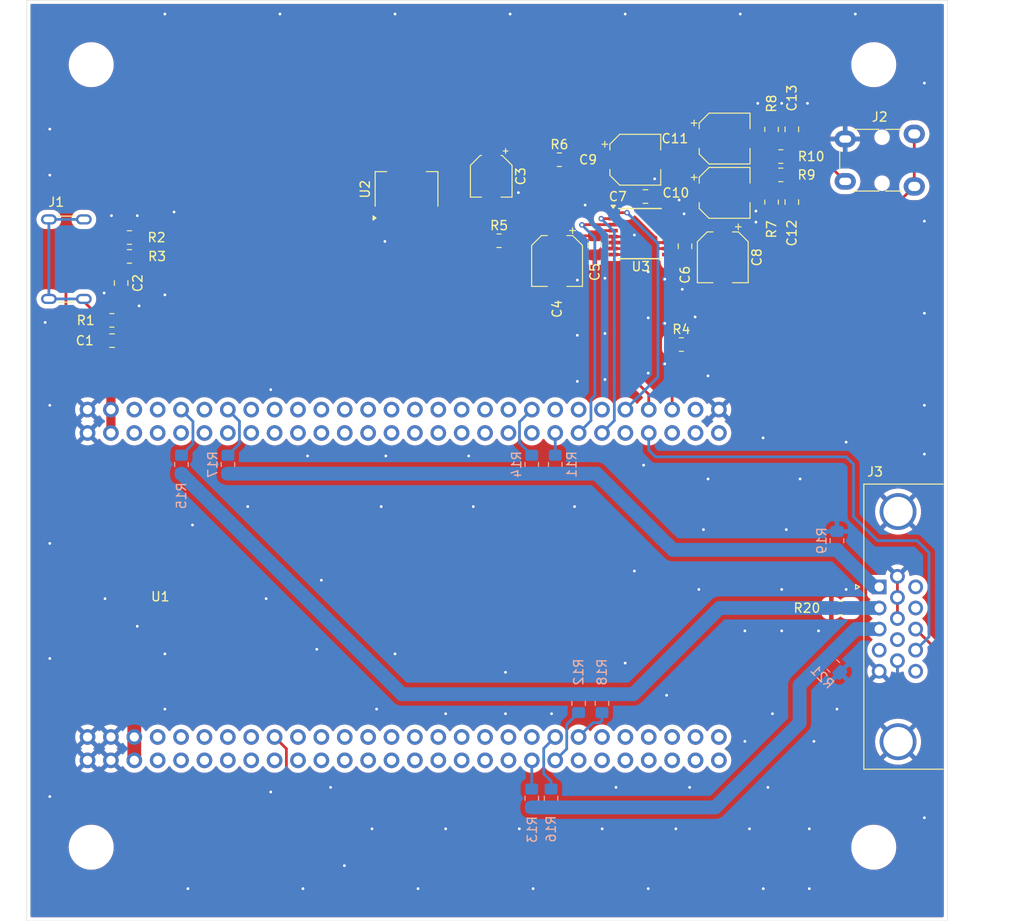
<source format=kicad_pcb>
(kicad_pcb (version 20221018) (generator pcbnew)
  (layers (0 "F.Cu" jumper) (31 "B.Cu" jumper) (34 "B.Paste" user) (35 "F.Paste" user) (36 "B.SilkS" user "B.Silkscreen") (37 "F.SilkS" user "F.Silkscreen") (38 "B.Mask" user) (39 "F.Mask" user) (44 "Edge.Cuts" user))
  (net 0 "")
  (net 1 "Net-(J1-SHIELD)")
  (net 2 "GND")
  (net 3 "+5V")
  (net 4 "+3.3VA")
  (net 5 "Net-(U3-VDDD)")
  (net 6 "Net-(U3-Vref(DAC))")
  (net 7 "Net-(U3-VDDA)")
  (net 8 "Net-(U3-VOUTL)")
  (net 9 "Net-(C10-Pad2)")
  (net 10 "Net-(U3-VOUTR)")
  (net 11 "Net-(C11-Pad2)")
  (net 12 "Net-(C12-Pad2)")
  (net 13 "Net-(C13-Pad2)")
  (net 14 "Net-(J1-CC1)")
  (net 15 "Net-(J1-CC2)")
  (net 16 "VGA_R_A")
  (net 17 "VGA_G_A")
  (net 18 "VGA_B_A")
  (net 21 "VGA_HSYNC")
  (net 22 "VGA_VSYNC")
  (net 23 "DAC_DEEM")
  (net 24 "VGA_R0")
  (net 25 "VGA_G0")
  (net 26 "VGA_B0")
  (net 27 "VGA_R1")
  (net 28 "VGA_G1")
  (net 29 "VGA_B1")
  (net 30 "VGA_R2")
  (net 31 "VGA_G2")
  (net 74 "+3V3")
  (net 102 "I2S_WS")
  (net 105 "I2S_CLK")
  (net 106 "DAC_MUTE")
  (net 112 "I2S_DATA")
  (footprint "Capacitor_SMD:C_0805_2012Metric_Pad1.18x1.45mm_HandSolder" (layer "F.Cu") (at 54.2625 77.975)
    (fp_text reference "C1")
    (fp_text value "100n")
  )
  (footprint "Capacitor_SMD:C_0805_2012Metric_Pad1.18x1.45mm_HandSolder" (layer "F.Cu") (at 116.5 67.725 -90)
    (fp_text reference "C6")
    (fp_text value "100n")
  )
  (footprint "Capacitor_SMD:C_0805_2012Metric_Pad1.18x1.45mm_HandSolder" (layer "F.Cu") (at 128.1 62.925 90)
    (fp_text reference "C12")
    (fp_text value "10n")
  )
  (footprint "Capacitor_SMD:C_0805_2012Metric_Pad1.18x1.45mm_HandSolder" (layer "F.Cu") (at 55.25 71.725 -90)
    (fp_text reference "C2")
    (fp_text value "100n")
  )
  (footprint "Resistor_SMD:R_0805_2012Metric_Pad1.20x1.40mm_HandSolder" (layer "F.Cu") (at 126.9 59.975 180)
    (fp_text reference "R9")
    (fp_text value "100")
  )
  (footprint "MountingHole:MountingHole_4.3mm_M4" (layer "F.Cu") (at 137 133)
    (fp_text reference "H4" hide)
    (fp_text value "MountingHole")
  )
  (footprint "Connector_USB:USB_C_Receptacle_GCT_USB4125-xx-x_6P_TopMnt_Horizontal" (layer "F.Cu") (at 48.2 69.125 -90)
    (fp_text reference "J1")
    (fp_text value "USB_C_Receptacle_PowerOnly_6P")
  )
  (footprint "Resistor_SMD:R_0805_2012Metric_Pad1.20x1.40mm_HandSolder" (layer "F.Cu") (at 54.25 75.775)
    (fp_text reference "R1")
    (fp_text value "100k")
  )
  (footprint "Capacitor_SMD:CP_Elec_5x5.4" (layer "F.Cu") (at 120.8 61.925)
    (fp_text reference "C10")
    (fp_text value "47u")
  )
  (footprint "Resistor_SMD:R_0805_2012Metric_Pad1.20x1.40mm_HandSolder" (layer "F.Cu") (at 56.15 66.775)
    (fp_text reference "R2")
    (fp_text value "5k1")
  )
  (footprint "Capacitor_SMD:CP_Elec_5x5.4" (layer "F.Cu") (at 111.1 58.325)
    (fp_text reference "C9")
    (fp_text value "47u")
  )
  (footprint "MountingHole:MountingHole_4.3mm_M4" (layer "F.Cu") (at 52 133)
    (fp_text reference "H3" hide)
    (fp_text value "MountingHole")
  )
  (footprint "Connector_Dsub:DSUB-15-HD_Female_Horizontal_P2.29x1.98mm_EdgePinOffset3.03mm_Housed_MountingHolesOffset4.94mm" (layer "F.Cu") (at 137.59 104.725 90)
    (fp_text reference "J3")
    (fp_text value "DE15_Receptacle_HighDensity_MountingHoles")
  )
  (footprint "MountingHole:MountingHole_4.3mm_M4" (layer "F.Cu") (at 137 48)
    (fp_text reference "H2" hide)
    (fp_text value "MountingHole")
  )
  (footprint "Capacitor_SMD:CP_Elec_5x5.4" (layer "F.Cu") (at 102.6 69.325 -90)
    (fp_text reference "C4")
    (fp_text value "47u")
  )
  (footprint "Capacitor_SMD:C_0805_2012Metric_Pad1.18x1.45mm_HandSolder" (layer "F.Cu") (at 112.2 62.325)
    (fp_text reference "C7")
    (fp_text value "100n")
  )
  (footprint "Package_SO:SSOP-16_4.4x5.2mm_P0.65mm" (layer "F.Cu") (at 111.6 66.35)
    (fp_text reference "U3")
    (fp_text value "UDA1334ATS")
  )
  (footprint "Resistor_SMD:R_0805_2012Metric_Pad1.20x1.40mm_HandSolder" (layer "F.Cu") (at 133.39 107.025)
    (fp_text reference "R20")
    (fp_text value "130")
  )
  (footprint "Capacitor_SMD:CP_Elec_4x5.4" (layer "F.Cu") (at 95.45 60.125 -90)
    (fp_text reference "C3")
    (fp_text value "22u")
  )
  (footprint "Package_TO_SOT_SMD:SOT-223-3_TabPin2" (layer "F.Cu") (at 86.25 61.525 90)
    (fp_text reference "U2")
    (fp_text value "AMS1117-3.3")
  )
  (footprint "Connector_Audio:Jack_3.5mm_Lumberg_1503_07_Horizontal" (layer "F.Cu") (at 141.4 55.525 -90)
    (fp_text reference "J2")
    (fp_text value "AudioJack3")
  )
  (footprint "MountingHole:MountingHole_4.3mm_M4" (layer "F.Cu") (at 52 48)
    (fp_text reference "H1" hide)
    (fp_text value "MountingHole")
  )
  (footprint "Capacitor_SMD:CP_Elec_5x5.4" (layer "F.Cu") (at 120.8 56.025)
    (fp_text reference "C11")
    (fp_text value "47u")
  )
  (footprint "Resistor_SMD:R_0805_2012Metric_Pad1.20x1.40mm_HandSolder" (layer "F.Cu") (at 116.1 78.4)
    (fp_text reference "R4")
    (fp_text value "10k")
  )
  (footprint "Capacitor_SMD:CP_Elec_5x5.4" (layer "F.Cu") (at 120.6 68.925 -90)
    (fp_text reference "C8")
    (fp_text value "47u")
  )
  (footprint "Resistor_SMD:R_0805_2012Metric_Pad1.20x1.40mm_HandSolder" (layer "F.Cu") (at 56.15 68.825)
    (fp_text reference "R3")
    (fp_text value "5k1")
  )
  (footprint "Resistor_SMD:R_0805_2012Metric_Pad1.20x1.40mm_HandSolder" (layer "F.Cu") (at 96.3 67.125)
    (fp_text reference "R5")
    (fp_text value "1")
  )
  (footprint "Resistor_SMD:R_0805_2012Metric_Pad1.20x1.40mm_HandSolder" (layer "F.Cu") (at 125.9 55.025 90)
    (fp_text reference "R8")
    (fp_text value "220k")
  )
  (footprint "Capacitor_SMD:C_0805_2012Metric_Pad1.18x1.45mm_HandSolder" (layer "F.Cu") (at 128.1 55.025 -90)
    (fp_text reference "C13")
    (fp_text value "10n")
  )
  (footprint "Resistor_SMD:R_0805_2012Metric_Pad1.20x1.40mm_HandSolder" (layer "F.Cu") (at 125.9 62.925 -90)
    (fp_text reference "R7")
    (fp_text value "220k")
  )
  (footprint "Resistor_SMD:R_0805_2012Metric_Pad1.20x1.40mm_HandSolder" (layer "F.Cu") (at 102.85 58.325)
    (fp_text reference "R6")
    (fp_text value "1")
  )
  (footprint "Capacitor_SMD:C_0805_2012Metric_Pad1.18x1.45mm_HandSolder" (layer "F.Cu") (at 106.7 67.625 -90)
    (fp_text reference "C5")
    (fp_text value "100n")
  )
  (footprint "FK432M2-IIT6_PC:FK432M2-IIT6" (layer "F.Cu") (at 51.6 123.565 90)
    (fp_text reference "U1")
    (fp_text value "FK743M2-IIT6")
  )
  (footprint "Resistor_SMD:R_0805_2012Metric_Pad1.20x1.40mm_HandSolder" (layer "F.Cu") (at 126.9 57.975 180)
    (fp_text reference "R10")
    (fp_text value "100")
  )
  (footprint "Resistor_SMD:R_0805_2012Metric_Pad1.20x1.40mm_HandSolder" (layer "B.Cu") (at 101.95 127.675 -90)
    (fp_text reference "R16")
    (fp_text value "260")
  )
  (footprint "Resistor_SMD:R_0805_2012Metric_Pad1.20x1.40mm_HandSolder" (layer "B.Cu") (at 66.85 91.425 -90)
    (fp_text reference "R17")
    (fp_text value "300")
  )
  (footprint "Resistor_SMD:R_0805_2012Metric_Pad1.20x1.40mm_HandSolder" (layer "B.Cu") (at 61.8 91.425 -90)
    (fp_text reference "R15")
    (fp_text value "600")
  )
  (footprint "Resistor_SMD:R_0805_2012Metric_Pad1.20x1.40mm_HandSolder" (layer "B.Cu") (at 132.607107 113.307107 135)
    (fp_text reference "R21")
    (fp_text value "130")
  )
  (footprint "Resistor_SMD:R_0805_2012Metric_Pad1.20x1.40mm_HandSolder" (layer "B.Cu") (at 102.4 91.425 -90)
    (fp_text reference "R11")
    (fp_text value "1200")
  )
  (footprint "Resistor_SMD:R_0805_2012Metric_Pad1.20x1.40mm_HandSolder" (layer "B.Cu") (at 107.48 117.375 90)
    (fp_text reference "R18")
    (fp_text value "300")
  )
  (footprint "Resistor_SMD:R_0805_2012Metric_Pad1.20x1.40mm_HandSolder" (layer "B.Cu") (at 104.94 117.375 90)
    (fp_text reference "R12")
    (fp_text value "1200")
  )
  (footprint "Resistor_SMD:R_0805_2012Metric_Pad1.20x1.40mm_HandSolder" (layer "B.Cu") (at 99.85 91.425 -90)
    (fp_text reference "R14")
    (fp_text value "600")
  )
  (footprint "Resistor_SMD:R_0805_2012Metric_Pad1.20x1.40mm_HandSolder" (layer "B.Cu") (at 99.85 127.675 -90)
    (fp_text reference "R13")
    (fp_text value "520")
  )
  (footprint "Resistor_SMD:R_0805_2012Metric_Pad1.20x1.40mm_HandSolder" (layer "B.Cu") (at 133 99.7 -90)
    (fp_text reference "R19")
    (fp_text value "130")
  )
  (gr_rect (start 45 41) (end 145 141) (stroke (width 0.05)) (fill none) (layer "Edge.Cuts"))
  (segment (start 53.225 77.975) (end 53.225 75.8) (width 0.3) (layer "F.Cu") (net 1))
  (segment (start 53.225 75.8) (end 53.25 75.775) (width 0.3) (layer "F.Cu") (net 1))
  (segment (start 51.2 73.445) (end 51.2 73.725) (width 0.3) (layer "F.Cu") (net 1))
  (segment (start 51.2 73.725) (end 53.25 75.775) (width 0.3) (layer "F.Cu") (net 1))
  (segment (start 47.4 64.805) (end 47.4 73.445) (width 0.3) (layer "B.Cu") (net 1))
  (segment (start 51.2 64.805) (end 47.4 64.805) (width 0.3) (layer "B.Cu") (net 1))
  (segment (start 47.4 73.445) (end 51.2 73.445) (width 0.3) (layer "B.Cu") (net 1))
  (segment (start 112.35 67.35) (end 112.375 67.325) (width 0.3) (layer "F.Cu") (net 2))
  (segment (start 113.65 64.725) (end 113.2375 64.3125) (width 0.3) (layer "F.Cu") (net 2))
  (segment (start 114.5 67.325) (end 112.375 67.325) (width 0.3) (layer "F.Cu") (net 2))
  (segment (start 108.7 66.675) (end 110.125 66.675) (width 0.3) (layer "F.Cu") (net 2))
  (segment (start 107.3875 67.975) (end 106.7 68.6625) (width 0.3) (layer "F.Cu") (net 2))
  (segment (start 139.57 108.16) (end 139.57 105.87) (width 0.3) (layer "F.Cu") (net 2))
  (segment (start 115.7125 67.975) (end 114.5 67.975) (width 0.3) (layer "F.Cu") (net 2))
  (segment (start 108.7 67.975) (end 107.3875 67.975) (width 0.3) (layer "F.Cu") (net 2))
  (segment (start 139.5 114.5) (end 139.57 114.43) (width 0.3) (layer "F.Cu") (net 2))
  (segment (start 111.775 67.975) (end 111.75 68) (width 0.3) (layer "F.Cu") (net 2))
  (segment (start 114.5 64.725) (end 113.65 64.725) (width 0.3) (layer "F.Cu") (net 2))
  (segment (start 108.7 67.975) (end 111.775 67.975) (width 0.3) (layer "F.Cu") (net 2))
  (segment (start 113.2375 64.3125) (end 113.2375 62.325) (width 0.3) (layer "F.Cu") (net 2))
  (segment (start 114.5 64.725) (end 115.875 64.725) (width 0.3) (layer "F.Cu") (net 2))
  (segment (start 115.875 64.725) (end 116.4 64.2) (width 0.3) (layer "F.Cu") (net 2))
  (segment (start 113.2375 58.3875) (end 113.3 58.325) (width 0.3) (layer "F.Cu") (net 2))
  (segment (start 139.57 112.74) (end 139.57 114.43) (width 0.3) (layer "F.Cu") (net 2))
  (segment (start 110.125 66.675) (end 110.25 66.8) (width 0.3) (layer "F.Cu") (net 2))
  (segment (start 139.57 105.87) (end 139.57 103.58) (width 0.3) (layer "F.Cu") (net 2))
  (segment (start 116.5 68.7625) (end 115.7125 67.975) (width 0.3) (layer "F.Cu") (net 2))
  (segment (start 114.5 67.975) (end 111.775 67.975) (width 0.3) (layer "F.Cu") (net 2))
  (via (at 104.5 96) (size 0.6) (drill 0.3) (layers "F.Cu" "B.Cu") (net 2))
  (via (at 69 96) (size 0.6) (drill 0.3) (layers "F.Cu" "B.Cu") (net 2))
  (via (at 111 103) (size 0.6) (drill 0.3) (layers "F.Cu" "B.Cu") (net 2))
  (via (at 107.5 131) (size 0.6) (drill 0.3) (layers "F.Cu" "B.Cu") (net 2))
  (via (at 114.3 71.3) (size 0.6) (drill 0.3) (layers "F.Cu" "B.Cu") (net 2))
  (via (at 142.5 129.8) (size 0.6) (drill 0.3) (layers "F.Cu" "B.Cu") (net 2))
  (via (at 75.5 90.5) (size 0.6) (drill 0.3) (layers "F.Cu" "B.Cu") (net 2))
  (via (at 85 42.5) (size 0.6) (drill 0.3) (layers "F.Cu" "B.Cu") (net 2))
  (via (at 134 89) (size 0.6) (drill 0.3) (layers "F.Cu" "B.Cu") (net 2))
  (via (at 78 126.5) (size 0.6) (drill 0.3) (layers "F.Cu" "B.Cu") (net 2))
  (via (at 112.5 75.5) (size 0.6) (drill 0.3) (layers "F.Cu" "B.Cu") (net 2))
  (via (at 142.5 85) (size 0.6) (drill 0.3) (layers "F.Cu" "B.Cu") (net 2))
  (via (at 142.5 75) (size 0.6) (drill 0.3) (layers "F.Cu" "B.Cu") (net 2))
  (via (at 63 98) (size 0.6) (drill 0.3) (layers "F.Cu" "B.Cu") (net 2))
  (via (at 87.5 137.5) (size 0.6) (drill 0.3) (layers "F.Cu" "B.Cu") (net 2))
  (via (at 124.97513 88.538732) (size 0.6) (drill 0.3) (layers "F.Cu" "B.Cu") (net 2))
  (via (at 123 109.5) (size 0.6) (drill 0.3) (layers "F.Cu" "B.Cu") (net 2))
  (via (at 127 52.2) (size 0.6) (drill 0.3) (layers "F.Cu" "B.Cu") (net 2))
  (via (at 135 42.5) (size 0.6) (drill 0.3) (layers "F.Cu" "B.Cu") (net 2))
  (via (at 115.859439 62.696562) (size 0.6) (drill 0.3) (layers "F.Cu" "B.Cu") (net 2))
  (via (at 142.5 50) (size 0.6) (drill 0.3) (layers "F.Cu" "B.Cu") (net 2))
  (via (at 47.5 55) (size 0.6) (drill 0.3) (layers "F.Cu" "B.Cu") (net 2))
  (via (at 124.4 52.2) (size 0.6) (drill 0.3) (layers "F.Cu" "B.Cu") (net 2))
  (via (at 83.5 96) (size 0.6) (drill 0.3) (layers "F.Cu" "B.Cu") (net 2))
  (via (at 62.5 137.5) (size 0.6) (drill 0.3) (layers "F.Cu" "B.Cu") (net 2))
  (via (at 109 126.5) (size 0.6) (drill 0.3) (layers "F.Cu" "B.Cu") (net 2))
  (via (at 130 137.5) (size 0.6) (drill 0.3) (layers "F.Cu" "B.Cu") (net 2))
  (via (at 127.5 98.5) (size 0.6) (drill 0.3) (layers "F.Cu" "B.Cu") (net 2))
  (via (at 47.5 112.5) (size 0.6) (drill 0.3) (layers "F.Cu" "B.Cu") (net 2))
  (via (at 75 137.5) (size 0.6) (drill 0.3) (layers "F.Cu" "B.Cu") (net 2))
  (via (at 47.5 60) (size 0.6) (drill 0.3) (layers "F.Cu" "B.Cu") (net 2))
  (via (at 142.5 90.3) (size 0.6) (drill 0.3) (layers "F.Cu" "B.Cu") (net 2))
  (via (at 60 118) (size 0.6) (drill 0.3) (layers "F.Cu" "B.Cu") (net 2))
  (via (at 60 73) (size 0.6) (drill 0.3) (layers "F.Cu" "B.Cu") (net 2))
  (via (at 60 112) (size 0.6) (drill 0.3) (layers "F.Cu" "B.Cu") (net 2))
  (via (at 124.2 63.9) (size 0.6) (drill 0.3) (layers "F.Cu" "B.Cu") (net 2))
  (via (at 115.5 131) (size 0.6) (drill 0.3) (layers "F.Cu" "B.Cu") (net 2))
  (via (at 131 109.5) (size 0.6) (drill 0.3) (layers "F.Cu" "B.Cu") (net 2))
  (via (at 97.5 42.5) (size 0.6) (drill 0.3) (layers "F.Cu" "B.Cu") (net 2))
  (via (at 142.5 65) (size 0.6) (drill 0.3) (layers "F.Cu" "B.Cu") (net 2))
  (via (at 77 104) (size 0.6) (drill 0.3) (layers "F.Cu" "B.Cu") (net 2))
  (via (at 129 93) (size 0.6) (drill 0.3) (layers "F.Cu" "B.Cu") (net 2))
  (via (at 133 118) (size 0.6) (drill 0.3) (layers "F.Cu" "B.Cu") (net 2))
  (via (at 130.5 121.5) (size 0.6) (drill 0.3) (layers "F.Cu" "B.Cu") (net 2))
  (via (at 83 118) (size 0.6) (drill 0.3) (layers "F.Cu" "B.Cu") (net 2))
  (via (at 47.5 85) (size 0.6) (drill 0.3) (layers "F.Cu" "B.Cu") (net 2))
  (via (at 110 42.5) (size 0.6) (drill 0.3) (layers "F.Cu" "B.Cu") (net 2))
  (via (at 117.6 75.4) (size 0.6) (drill 0.3) (layers "F.Cu" "B.Cu") (net 2))
  (via (at 71.5 83.3) (size 0.6) (drill 0.3) (layers "F.Cu" "B.Cu") (net 2))
  (via (at 84 90.5) (size 0.6) (drill 0.3) (layers "F.Cu" "B.Cu") (net 2))
  (via (at 71.5 127) (size 0.6) (drill 0.3) (layers "F.Cu" "B.Cu") (net 2))
  (via (at 93 90.5) (size 0.6) (drill 0.3) (layers "F.Cu" "B.Cu") (net 2))
  (via (at 117 126.5) (size 0.6) (drill 0.3) (layers "F.Cu" "B.Cu") (net 2))
  (via (at 57 64.4) (size 0.6) (drill 0.3) (layers "F.Cu" "B.Cu") (net 2))
  (via (at 122.5 42.5) (size 0.6) (drill 0.3) (layers "F.Cu" "B.Cu") (net 2))
  (via (at 112.5 70.5) (size 0.6) (drill 0.3) (layers "F.Cu" "B.Cu") (net 2))
  (via (at 47.5 127.5) (size 0.6) (drill 0.3) (layers "F.Cu" "B.Cu") (net 2))
  (via (at 107.8 77.2) (size 0.6) (drill 0.3) (layers "F.Cu" "B.Cu") (net 2))
  (via (at 61 64) (size 0.6) (drill 0.3) (layers "F.Cu" "B.Cu") (net 2))
  (via (at 102 118.5) (size 0.6) (drill 0.3) (layers "F.Cu" "B.Cu") (net 2))
  (via (at 114.3 76.1) (size 0.6) (drill 0.3) (layers "F.Cu" "B.Cu") (net 2))
  (via (at 90.5 118.5) (size 0.6) (drill 0.3) (layers "F.Cu" "B.Cu") (net 2))
  (via (at 114.5 116.5) (size 0.6) (drill 0.3) (layers "F.Cu" "B.Cu") (net 2))
  (via (at 114.3 80.5) (size 0.6) (drill 0.3) (layers "F.Cu" "B.Cu") (net 2))
  (via (at 112 91.5) (size 0.6) (drill 0.3) (layers "F.Cu" "B.Cu") (net 2))
  (via (at 118.5 98.5) (size 0.6) (drill 0.3) (layers "F.Cu" "B.Cu") (net 2))
  (via (at 100 137.5) (size 0.6) (drill 0.3) (layers "F.Cu" "B.Cu") (net 2))
  (via (at 134 105) (size 0.6) (drill 0.3) (layers "F.Cu" "B.Cu") (net 2))
  (via (at 98.4 61.9) (size 0.6) (drill 0.3) (layers "F.Cu" "B.Cu") (net 2))
  (via (at 130 131) (size 0.6) (drill 0.3) (layers "F.Cu" "B.Cu") (net 2))
  (via (at 116.2 72.4) (size 0.6) (drill 0.3) (layers "F.Cu" "B.Cu") (net 2))
  (via (at 123.5 131) (size 0.6) (drill 0.3) (layers "F.Cu" "B.Cu") (net 2))
  (via (at 54.2 64.4) (size 0.6) (drill 0.3) (layers "F.Cu" "B.Cu") (net 2))
  (via (at 105.65 63.25) (size 0.6) (drill 0.3) (layers "F.Cu" "B.Cu") (net 2))
  (via (at 104.8 82.4) (size 0.6) (drill 0.3) (layers "F.Cu" "B.Cu") (net 2))
  (via (at 85 112) (size 0.6) (drill 0.3) (layers "F.Cu" "B.Cu") (net 2))
  (via (at 79.5 135) (size 0.6) (drill 0.3) (layers "F.Cu" "B.Cu") (net 2))
  (via (at 111 66.5) (size 0.6) (drill 0.3) (layers "F.Cu" "B.Cu") (net 2))
  (via (at 107.8 82.2) (size 0.6) (drill 0.3) (layers "F.Cu" "B.Cu") (net 2))
  (via (at 112.5 81.5) (size 0.6) (drill 0.3) (layers "F.Cu" "B.Cu") (net 2))
  (via (at 113.2 60.4) (size 0.6) (drill 0.3) (layers "F.Cu" "B.Cu") (net 2))
  (via (at 47.5 100) (size 0.6) (drill 0.3) (layers "F.Cu" "B.Cu") (net 2))
  (via (at 123 121.5) (size 0.6) (drill 0.3) (layers "F.Cu" "B.Cu") (net 2))
  (via (at 60 42.5) (size 0.6) (drill 0.3) (layers "F.Cu" "B.Cu") (net 2))
  (via (at 127 109.5) (size 0.6) (drill 0.3) (layers "F.Cu" "B.Cu") (net 2))
  (via (at 127 105) (size 0.6) (drill 0.3) (layers "F.Cu" "B.Cu") (net 2))
  (via (at 125.5 126.5) (size 0.6) (drill 0.3) (layers "F.Cu" "B.Cu") (net 2))
  (via (at 57.2 74.2) (size 0.6) (drill 0.3) (layers "F.Cu" "B.Cu") (net 2))
  (via (at 93.5 96) (size 0.6) (drill 0.3) (layers "F.Cu" "B.Cu") (net 2))
  (via (at 129.8 52.2) (size 0.6) (drill 0.3) (layers "F.Cu" "B.Cu") (net 2))
  (via (at 76.5 111.5) (size 0.6) (drill 0.3) (layers "F.Cu" "B.Cu") (net 2))
  (via (at 124.2 65.1) (size 0.6) (drill 0.3) (layers "F.Cu" "B.Cu") (net 2))
  (via (at 71 106) (size 0.6) (drill 0.3) (layers "F.Cu" "B.Cu") (net 2))
  (via (at 110 113) (size 0.6) (drill 0.3) (layers "F.Cu" "B.Cu") (net 2))
  (via (at 97 114) (size 0.6) (drill 0.3) (layers "F.Cu" "B.Cu") (net 2))
  (via (at 98.5 131) (size 0.6) (drill 0.3) (layers "F.Cu" "B.Cu") (net 2))
  (via (at 47 76) (size 0.6) (drill 0.3) (layers "F.Cu" "B.Cu") (net 2))
  (via (at 118 105) (size 0.6) (drill 0.3) (layers "F.Cu" "B.Cu") (net 2))
  (via (at 83.9 67.2) (size 0.6) (drill 0.3) (layers "F.Cu" "B.Cu") (net 2))
  (via (at 90.5 131) (size 0.6) (drill 0.3) (layers "F.Cu" "B.Cu") (net 2))
  (via (at 97 118.5) (size 0.6) (drill 0.3) (layers "F.Cu" "B.Cu") (net 2))
  (via (at 125 137.5) (size 0.6) (drill 0.3) (layers "F.Cu" "B.Cu") (net 2))
  (via (at 107.8 71.2) (size 0.6) (drill 0.3) (layers "F.Cu" "B.Cu") (net 2))
  (via (at 53.4 72.8) (size 0.6) (drill 0.3) (layers "F.Cu" "B.Cu") (net 2))
  (via (at 72.5 42.5) (size 0.6) (drill 0.3) (layers "F.Cu" "B.Cu") (net 2))
  (via (at 119 93) (size 0.6) (drill 0.3) (layers "F.Cu" "B.Cu") (net 2))
  (via (at 104.8 71.4) (size 0.6) (drill 0.3) (layers "F.Cu" "B.Cu") (net 2))
  (via (at 104.8 77.4) (size 0.6) (drill 0.3) (layers "F.Cu" "B.Cu") (net 2))
  (via (at 112.5 137.5) (size 0.6) (drill 0.3) (layers "F.Cu" "B.Cu") (net 2))
  (via (at 82.5 131) (size 0.6) (drill 0.3) (layers "F.Cu" "B.Cu") (net 2))
  (via (at 57 109) (size 0.6) (drill 0.3) (layers "F.Cu" "B.Cu") (net 2))
  (via (at 119 81.8) (size 0.6) (drill 0.3) (layers "F.Cu" "B.Cu") (net 2))
  (via (at 116.4 64.2) (size 0.6) (drill 0.3) (layers "F.Cu" "B.Cu") (net 2))
  (via (at 126 118.5) (size 0.6) (drill 0.3) (layers "F.Cu" "B.Cu") (net 2))
  (via (at 53.5 106) (size 0.6) (drill 0.3) (layers "F.Cu" "B.Cu") (net 2))
  (segment (start 139.5 114.5) (end 139.57 114.43) (width 0.3) (layer "B.Cu") (net 2))
  (segment (start 139.57 112.74) (end 139.57 114.43) (width 0.3) (layer "B.Cu") (net 2))
  (segment (start 55.25 70.6875) (end 51.3225 70.6875) (width 0.3) (layer "F.Cu") (net 3))
  (segment (start 49.25 67.925) (end 49.25 70.575) (width 0.3) (layer "F.Cu") (net 3))
  (segment (start 55.25 70.6875) (end 87.1875 70.6875) (width 1) (layer "F.Cu") (net 3))
  (segment (start 49.32 70.645) (end 49.25 70.575) (width 0.3) (layer "F.Cu") (net 3))
  (segment (start 49.25 108.375) (end 56.68 115.805) (width 1.5) (layer "F.Cu") (net 3))
  (segment (start 49.25 75.775) (end 49.25 108.375) (width 1.5) (layer "F.Cu") (net 3))
  (segment (start 56.68 123.565) (end 56.68 121.025) (width 1.5) (layer "F.Cu") (net 3))
  (segment (start 51.3225 70.6875) (end 51.28 70.645) (width 0.3) (layer "F.Cu") (net 3))
  (segment (start 88.55 69.325) (end 88.55 64.675) (width 1) (layer "F.Cu") (net 3))
  (segment (start 55.2075 70.645) (end 55.25 70.6875) (width 0.3) (layer "F.Cu") (net 3))
  (segment (start 51.28 67.605) (end 49.57 67.605) (width 0.3) (layer "F.Cu") (net 3))
  (segment (start 51.28 70.645) (end 49.32 70.645) (width 0.3) (layer "F.Cu") (net 3))
  (segment (start 49.25 70.575) (end 49.25 75.775) (width 0.3) (layer "F.Cu") (net 3))
  (segment (start 49.57 67.605) (end 49.25 67.925) (width 0.3) (layer "F.Cu") (net 3))
  (segment (start 56.68 115.805) (end 56.68 121.025) (width 1.5) (layer "F.Cu") (net 3))
  (segment (start 87.1875 70.6875) (end 88.55 69.325) (width 1) (layer "F.Cu") (net 3))
  (segment (start 91.325 58.325) (end 91 58) (width 1) (layer "F.Cu") (net 4))
  (segment (start 95.4 58.375) (end 95.45 58.325) (width 1) (layer "F.Cu") (net 4))
  (segment (start 86.25 64.675) (end 86.25 58.375) (width 1) (layer "F.Cu") (net 4))
  (segment (start 95.45 58.325) (end 91.325 58.325) (width 1) (layer "F.Cu") (net 4))
  (segment (start 101.85 58.325) (end 95.45 58.325) (width 1) (layer "F.Cu") (net 4))
  (segment (start 103.1375 66.5875) (end 102.6 67.125) (width 0.3) (layer "F.Cu") (net 5))
  (segment (start 102.6 67.125) (end 97.3 67.125) (width 0.3) (layer "F.Cu") (net 5))
  (segment (start 106.7 66.5875) (end 103.1375 66.5875) (width 0.3) (layer "F.Cu") (net 5))
  (segment (start 107.4 66.025) (end 108.7 66.025) (width 0.3) (layer "F.Cu") (net 5))
  (segment (start 106.8375 66.5875) (end 107.4 66.025) (width 0.3) (layer "F.Cu") (net 5))
  (segment (start 106.7 66.5875) (end 106.8375 66.5875) (width 0.3) (layer "F.Cu") (net 5))
  (segment (start 116.5 66.6875) (end 120.5625 66.6875) (width 0.3) (layer "F.Cu") (net 6))
  (segment (start 120.5625 66.6875) (end 120.6 66.725) (width 0.3) (layer "F.Cu") (net 6))
  (segment (start 114.5 66.675) (end 116.4875 66.675) (width 0.3) (layer "F.Cu") (net 6))
  (segment (start 116.4875 66.675) (end 116.5 66.6875) (width 0.3) (layer "F.Cu") (net 6))
  (segment (start 109.65 62.325) (end 111.1625 62.325) (width 0.3) (layer "F.Cu") (net 7))
  (segment (start 114.5 66.025) (end 113.65 66.025) (width 0.3) (layer "F.Cu") (net 7))
  (segment (start 113.65 66.025) (end 111.1625 63.5375) (width 0.3) (layer "F.Cu") (net 7))
  (segment (start 111.1625 63.5375) (end 111.1625 62.325) (width 0.3) (layer "F.Cu") (net 7))
  (segment (start 108.9 61.575) (end 109.65 62.325) (width 0.3) (layer "F.Cu") (net 7))
  (segment (start 103.85 58.325) (end 108.9 58.325) (width 1) (layer "F.Cu") (net 7))
  (segment (start 108.9 58.325) (end 108.9 61.575) (width 0.3) (layer "F.Cu") (net 7))
  (segment (start 118.6 63.8) (end 118.6 61.925) (width 0.3) (layer "F.Cu") (net 8))
  (segment (start 117.025 65.375) (end 118.6 63.8) (width 0.3) (layer "F.Cu") (net 8))
  (segment (start 114.5 65.375) (end 117.025 65.375) (width 0.3) (layer "F.Cu") (net 8))
  (segment (start 125.9 61.925) (end 123 61.925) (width 0.3) (layer "F.Cu") (net 9))
  (segment (start 125.9 61.925) (end 125.9 59.975) (width 0.3) (layer "F.Cu") (net 9))
  (segment (start 118.6 58.1) (end 118.6 56.025) (width 0.3) (layer "F.Cu") (net 10))
  (segment (start 114.5 64.075) (end 114.5 62.2) (width 0.3) (layer "F.Cu") (net 10))
  (segment (start 114.5 62.2) (end 118.6 58.1) (width 0.3) (layer "F.Cu") (net 10))
  (segment (start 125.9 57.975) (end 125.9 56.025) (width 0.3) (layer "F.Cu") (net 11))
  (segment (start 125.9 56.025) (end 123 56.025) (width 0.3) (layer "F.Cu") (net 11))
  (segment (start 131.35 63.075) (end 139.55 63.075) (width 0.3) (layer "F.Cu") (net 12))
  (segment (start 141.4 61.225) (end 141.4 55.525) (width 0.3) (layer "F.Cu") (net 12))
  (segment (start 139.55 63.075) (end 141.4 61.225) (width 0.3) (layer "F.Cu") (net 12))
  (segment (start 128.1 61.8875) (end 128.1 60.175) (width 0.3) (layer "F.Cu") (net 12))
  (segment (start 130.1625 61.8875) (end 131.35 63.075) (width 0.3) (layer "F.Cu") (net 12))
  (segment (start 128.1 61.8875) (end 130.1625 61.8875) (width 0.3) (layer "F.Cu") (net 12))
  (segment (start 128.1 60.175) (end 127.9 59.975) (width 0.3) (layer "F.Cu") (net 12))
  (segment (start 127.9 57.975) (end 131.2 57.975) (width 0.3) (layer "F.Cu") (net 13))
  (segment (start 128.1 57.775) (end 127.9 57.975) (width 0.3) (layer "F.Cu") (net 13))
  (segment (start 128.1 56.0625) (end 128.1 57.775) (width 0.3) (layer "F.Cu") (net 13))
  (segment (start 131.2 57.975) (end 133.9 60.675) (width 0.3) (layer "F.Cu") (net 13))
  (segment (start 52.9 68.625) (end 53.25 68.275) (width 0.3) (layer "F.Cu") (net 14))
  (segment (start 53.25 68.275) (end 53.25 67.675) (width 0.3) (layer "F.Cu") (net 14))
  (segment (start 51.28 68.625) (end 52.9 68.625) (width 0.3) (layer "F.Cu") (net 14))
  (segment (start 53.25 67.675) (end 54.15 66.775) (width 0.3) (layer "F.Cu") (net 14))
  (segment (start 54.15 66.775) (end 55.15 66.775) (width 0.3) (layer "F.Cu") (net 14))
  (segment (start 53.1 69.625) (end 53.9 68.825) (width 0.3) (layer "F.Cu") (net 15))
  (segment (start 51.28 69.625) (end 53.1 69.625) (width 0.3) (layer "F.Cu") (net 15))
  (segment (start 53.9 68.825) (end 55.15 68.825) (width 0.3) (layer "F.Cu") (net 15))
  (segment (start 133 100.7) (end 115.2 100.7) (width 1.5) (layer "B.Cu") (net 16))
  (segment (start 99.85 92.425) (end 66.85 92.425) (width 1.5) (layer "B.Cu") (net 16))
  (segment (start 137.59 104.725) (end 137.025 104.725) (width 1.5) (layer "B.Cu") (net 16))
  (segment (start 106.9 92.425) (end 102.4 92.425) (width 1.5) (layer "B.Cu") (net 16))
  (segment (start 102.4 92.425) (end 99.85 92.425) (width 1.5) (layer "B.Cu") (net 16))
  (segment (start 114.4875 100.0125) (end 114.5125 100.0125) (width 1.5) (layer "B.Cu") (net 16))
  (segment (start 137.025 104.725) (end 133 100.7) (width 1.5) (layer "B.Cu") (net 16))
  (segment (start 114.4875 100.0125) (end 106.9 92.425) (width 1.5) (layer "B.Cu") (net 16))
  (segment (start 114.5125 100.0125) (end 115.2 100.7) (width 1.5) (layer "B.Cu") (net 16))
  (segment (start 134.39 107.025) (end 137.58 107.025) (width 0.3) (layer "F.Cu") (net 17))
  (segment (start 137.58 107.025) (end 137.59 107.015) (width 0.3) (layer "F.Cu") (net 17))
  (segment (start 61.8 92.425) (end 85.75 116.375) (width 1.5) (layer "B.Cu") (net 17))
  (segment (start 107.48 116.375) (end 110.89 116.375) (width 1.5) (layer "B.Cu") (net 17))
  (segment (start 104.94 116.375) (end 85.75 116.375) (width 1.5) (layer "B.Cu") (net 17))
  (segment (start 110.89 116.375) (end 120.25 107.015) (width 1.5) (layer "B.Cu") (net 17))
  (segment (start 107.48 116.375) (end 104.94 116.375) (width 1.5) (layer "B.Cu") (net 17))
  (segment (start 137.59 107.015) (end 120.25 107.015) (width 1.5) (layer "B.Cu") (net 17))
  (segment (start 135.045 109.305) (end 128.95 115.4) (width 1.5) (layer "B.Cu") (net 18))
  (segment (start 119.775 128.675) (end 101.95 128.675) (width 1.5) (layer "B.Cu") (net 18))
  (segment (start 128.95 115.4) (end 128.95 119.5) (width 1.5) (layer "B.Cu") (net 18))
  (segment (start 99.85 128.675) (end 101.95 128.675) (width 1.5) (layer "B.Cu") (net 18))
  (segment (start 128.95 119.5) (end 119.775 128.675) (width 1.5) (layer "B.Cu") (net 18))
  (segment (start 137.59 109.305) (end 135.045 109.305) (width 1.5) (layer "B.Cu") (net 18))
  (segment (start 143.3725 116.4925) (end 142.89 116.975) (width 0.3) (layer "F.Cu") (net 21))
  (segment (start 133.7 124) (end 124.8 132.9) (width 0.3) (layer "F.Cu") (net 21))
  (segment (start 136.69 116.975) (end 133.7 119.965) (width 0.3) (layer "F.Cu") (net 21))
  (segment (start 142.89 116.975) (end 136.69 116.975) (width 0.3) (layer "F.Cu") (net 21))
  (segment (start 143.3725 111.1275) (end 143.3725 116.4925) (width 0.3) (layer "F.Cu") (net 21))
  (segment (start 81.725 132.9) (end 73.2 124.375) (width 0.3) (layer "F.Cu") (net 21))
  (segment (start 73.2 124.375) (end 73.2 122.305) (width 0.3) (layer "F.Cu") (net 21))
  (segment (start 124.8 132.9) (end 81.725 132.9) (width 0.3) (layer "F.Cu") (net 21))
  (segment (start 73.2 122.305) (end 71.92 121.025) (width 0.3) (layer "F.Cu") (net 21))
  (segment (start 141.55 109.305) (end 143.3725 111.1275) (width 0.3) (layer "F.Cu") (net 21))
  (segment (start 133.7 119.965) (end 133.7 124) (width 0.3) (layer "F.Cu") (net 21))
  (segment (start 113.3 90.6) (end 112.56 89.86) (width 0.3) (layer "B.Cu") (net 22))
  (segment (start 141.55 111.595) (end 143 110.145) (width 0.3) (layer "B.Cu") (net 22))
  (segment (start 141.7 99.7) (end 137.4 99.7) (width 0.3) (layer "B.Cu") (net 22))
  (segment (start 134.8 91.4) (end 134 90.6) (width 0.3) (layer "B.Cu") (net 22))
  (segment (start 143 110.145) (end 143 101) (width 0.3) (layer "B.Cu") (net 22))
  (segment (start 134 90.6) (end 113.3 90.6) (width 0.3) (layer "B.Cu") (net 22))
  (segment (start 143 101) (end 141.7 99.7) (width 0.3) (layer "B.Cu") (net 22))
  (segment (start 137.4 99.7) (end 134.8 97.1) (width 0.3) (layer "B.Cu") (net 22))
  (segment (start 134.8 97.1) (end 134.8 91.4) (width 0.3) (layer "B.Cu") (net 22))
  (segment (start 112.56 89.86) (end 112.56 88.005) (width 0.3) (layer "B.Cu") (net 22))
  (segment (start 115.1 85.465) (end 115.1 70.1) (width 0.3) (layer "F.Cu") (net 23))
  (segment (start 114.5 69.5) (end 114.5 68.625) (width 0.3) (layer "F.Cu") (net 23))
  (segment (start 115.1 70.1) (end 114.5 69.5) (width 0.3) (layer "F.Cu") (net 23))
  (segment (start 102.4 90.425) (end 102.4 88.005) (width 0.3) (layer "B.Cu") (net 24))
  (segment (start 102.4 123.565) (end 103.65 122.315) (width 0.3) (layer "B.Cu") (net 25))
  (segment (start 103.65 122.315) (end 103.65 119.665) (width 0.3) (layer "B.Cu") (net 25))
  (segment (start 103.65 119.665) (end 104.94 118.375) (width 0.3) (layer "B.Cu") (net 25))
  (segment (start 99.85 123.575) (end 99.86 123.565) (width 0.3) (layer "B.Cu") (net 26))
  (segment (start 99.85 126.675) (end 99.85 123.575) (width 0.3) (layer "B.Cu") (net 26))
  (segment (start 99.85 90.425) (end 98.52 89.095) (width 0.3) (layer "B.Cu") (net 27))
  (segment (start 98.52 86.805) (end 99.86 85.465) (width 0.3) (layer "B.Cu") (net 27))
  (segment (start 98.52 89.095) (end 98.52 86.805) (width 0.3) (layer "B.Cu") (net 27))
  (segment (start 61.8 90.425) (end 63.05 89.175) (width 0.3) (layer "B.Cu") (net 28))
  (segment (start 63.05 86.755) (end 61.76 85.465) (width 0.3) (layer "B.Cu") (net 28))
  (segment (start 63.05 89.175) (end 63.05 86.755) (width 0.3) (layer "B.Cu") (net 28))
  (segment (start 101.15 122.275) (end 102.4 121.025) (width 0.3) (layer "B.Cu") (net 29))
  (segment (start 101.15 125.025) (end 101.15 122.275) (width 0.3) (layer "B.Cu") (net 29))
  (segment (start 101.95 126.675) (end 101.95 125.825) (width 0.3) (layer "B.Cu") (net 29))
  (segment (start 101.95 125.825) (end 101.15 125.025) (width 0.3) (layer "B.Cu") (net 29))
  (segment (start 68.1 86.725) (end 68.1 89.175) (width 0.3) (layer "B.Cu") (net 30))
  (segment (start 68.1 89.175) (end 66.85 90.425) (width 0.3) (layer "B.Cu") (net 30))
  (segment (start 66.84 85.465) (end 68.1 86.725) (width 0.3) (layer "B.Cu") (net 30))
  (segment (start 107.48 119.245) (end 107.48 118.375) (width 0.3) (layer "B.Cu") (net 31))
  (segment (start 106.49 119.475) (end 107.25 119.475) (width 0.3) (layer "B.Cu") (net 31))
  (segment (start 104.94 121.025) (end 106.49 119.475) (width 0.3) (layer "B.Cu") (net 31))
  (segment (start 107.25 119.475) (end 107.48 119.245) (width 0.3) (layer "B.Cu") (net 31))
  (segment (start 92.15 81.075) (end 95.3 77.925) (width 1) (layer "F.Cu") (net 74))
  (segment (start 54.14 85.465) (end 54.14 83.635) (width 1) (layer "F.Cu") (net 74))
  (segment (start 54.14 88.005) (end 54.14 85.465) (width 1) (layer "F.Cu") (net 74))
  (segment (start 56.7 81.075) (end 92.15 81.075) (width 1) (layer "F.Cu") (net 74))
  (segment (start 95.3 77.925) (end 95.3 67.125) (width 1) (layer "F.Cu") (net 74))
  (segment (start 54.14 83.635) (end 56.7 81.075) (width 1) (layer "F.Cu") (net 74))
  (segment (start 108.7 64.725) (end 107.3 64.725) (width 0.3) (layer "F.Cu") (net 102))
  (via (at 107.4 64.725) (size 0.6) (drill 0.3) (layers "F.Cu" "B.Cu") (net 102))
  (segment (start 108.82 66.145) (end 107.4 64.725) (width 0.3) (layer "B.Cu") (net 102))
  (segment (start 107.48 88.005) (end 108.82 86.665) (width 0.3) (layer "B.Cu") (net 102))
  (segment (start 108.82 86.665) (end 108.82 66.145) (width 0.3) (layer "B.Cu") (net 102))
  (segment (start 110.2 64.075) (end 108.7 64.075) (width 0.3) (layer "F.Cu") (net 105))
  (via (at 110.2 64.075) (size 0.6) (drill 0.3) (layers "F.Cu" "B.Cu") (net 105))
  (segment (start 113.5625 81.9225) (end 113.5625 67.4375) (width 0.3) (layer "B.Cu") (net 105))
  (segment (start 113.5625 67.4375) (end 110.2 64.075) (width 0.3) (layer "B.Cu") (net 105))
  (segment (start 110.02 85.465) (end 113.5625 81.9225) (width 0.3) (layer "B.Cu") (net 105))
  (segment (start 109.85 68.625) (end 110.75 69.525) (width 0.3) (layer "F.Cu") (net 106))
  (segment (start 112.56 83.81) (end 110.75 82) (width 0.3) (layer "F.Cu") (net 106))
  (segment (start 110.75 69.525) (end 110.75 81.7) (width 0.3) (layer "F.Cu") (net 106))
  (segment (start 110.75 81.7) (end 110.75 81.9) (width 0.3) (layer "F.Cu") (net 106))
  (segment (start 112.56 85.465) (end 112.56 83.81) (width 0.3) (layer "F.Cu") (net 106))
  (segment (start 108.7 68.625) (end 109.85 68.625) (width 0.3) (layer "F.Cu") (net 106))
  (segment (start 110.75 82) (end 110.75 81.9) (width 0.3) (layer "F.Cu") (net 106))
  (segment (start 105.325 65.375) (end 105.3 65.4) (width 0.3) (layer "F.Cu") (net 112))
  (segment (start 108.7 65.375) (end 105.325 65.375) (width 0.3) (layer "F.Cu") (net 112))
  (via (at 105.3 65.4) (size 0.6) (drill 0.3) (layers "F.Cu" "B.Cu") (net 112))
  (segment (start 106.7 66.8) (end 106.7 66.95) (width 0.3) (layer "B.Cu") (net 112))
  (segment (start 106.7 66.95) (end 106.7 83.925) (width 0.3) (layer "B.Cu") (net 112))
  (segment (start 105.3 65.4) (end 106.7 66.8) (width 0.3) (layer "B.Cu") (net 112))
  (segment (start 106.7 83.925) (end 106.28 84.345) (width 0.3) (layer "B.Cu") (net 112))
  (segment (start 106.28 86.665) (end 104.94 88.005) (width 0.3) (layer "B.Cu") (net 112))
  (segment (start 106.28 84.345) (end 106.28 86.665) (width 0.3) (layer "B.Cu") (net 112))
  (zone (net 4) (net_name "+3.3VA") (layer "F.Cu") (priority 1) (connect_pads (clearance 0.5)) (min_thickness 0.25) (fill yes (thermal_gap 0.5) (thermal_bridge_width 0.5))
    (polygon (pts (xy 66 60) (xy 93 60) (xy 93 44) (xy 66 44)))
  )
  (zone (net 2) (net_name "GND") (layers "F&B.Cu") (connect_pads (clearance 0.5)) (min_thickness 0.25) (fill yes (thermal_gap 0.5) (thermal_bridge_width 0.5))
    (polygon (pts (xy 145 141) (xy 145 41) (xy 45 41) (xy 45 141)))
  )
)
</source>
